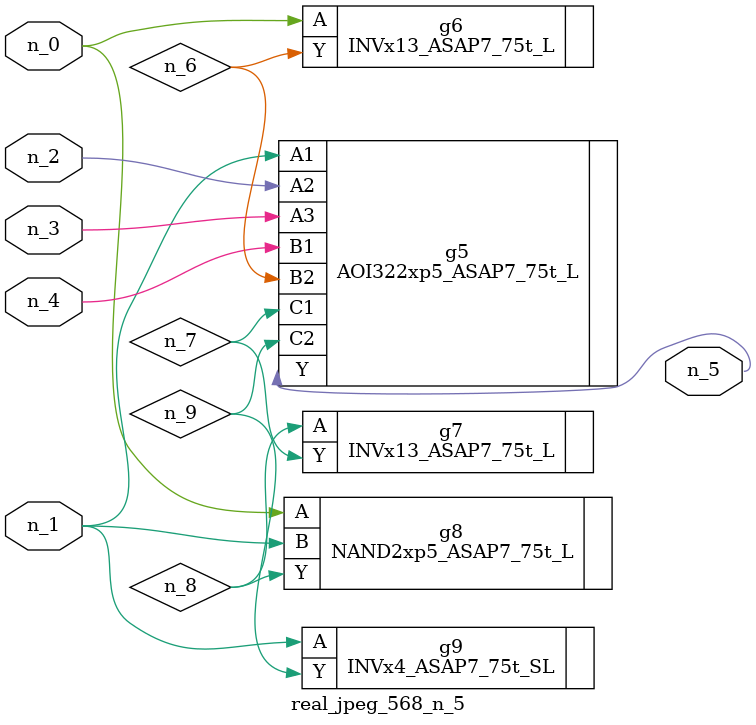
<source format=v>
module real_jpeg_568_n_5 (n_4, n_0, n_1, n_2, n_3, n_5);

input n_4;
input n_0;
input n_1;
input n_2;
input n_3;

output n_5;

wire n_8;
wire n_6;
wire n_7;
wire n_9;

INVx13_ASAP7_75t_L g6 ( 
.A(n_0),
.Y(n_6)
);

NAND2xp5_ASAP7_75t_L g8 ( 
.A(n_0),
.B(n_1),
.Y(n_8)
);

AOI322xp5_ASAP7_75t_L g5 ( 
.A1(n_1),
.A2(n_2),
.A3(n_3),
.B1(n_4),
.B2(n_6),
.C1(n_7),
.C2(n_9),
.Y(n_5)
);

INVx4_ASAP7_75t_SL g9 ( 
.A(n_1),
.Y(n_9)
);

INVx13_ASAP7_75t_L g7 ( 
.A(n_8),
.Y(n_7)
);


endmodule
</source>
